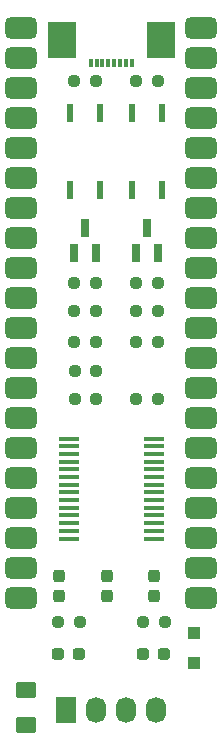
<source format=gts>
G04 #@! TF.GenerationSoftware,KiCad,Pcbnew,(6.0.10)*
G04 #@! TF.CreationDate,2023-01-05T11:17:19+01:00*
G04 #@! TF.ProjectId,PIC_Interface,5049435f-496e-4746-9572-666163652e6b,rev?*
G04 #@! TF.SameCoordinates,Original*
G04 #@! TF.FileFunction,Soldermask,Top*
G04 #@! TF.FilePolarity,Negative*
%FSLAX46Y46*%
G04 Gerber Fmt 4.6, Leading zero omitted, Abs format (unit mm)*
G04 Created by KiCad (PCBNEW (6.0.10)) date 2023-01-05 11:17:19*
%MOMM*%
%LPD*%
G01*
G04 APERTURE LIST*
G04 Aperture macros list*
%AMRoundRect*
0 Rectangle with rounded corners*
0 $1 Rounding radius*
0 $2 $3 $4 $5 $6 $7 $8 $9 X,Y pos of 4 corners*
0 Add a 4 corners polygon primitive as box body*
4,1,4,$2,$3,$4,$5,$6,$7,$8,$9,$2,$3,0*
0 Add four circle primitives for the rounded corners*
1,1,$1+$1,$2,$3*
1,1,$1+$1,$4,$5*
1,1,$1+$1,$6,$7*
1,1,$1+$1,$8,$9*
0 Add four rect primitives between the rounded corners*
20,1,$1+$1,$2,$3,$4,$5,0*
20,1,$1+$1,$4,$5,$6,$7,0*
20,1,$1+$1,$6,$7,$8,$9,0*
20,1,$1+$1,$8,$9,$2,$3,0*%
G04 Aperture macros list end*
%ADD10R,1.000000X1.000000*%
%ADD11RoundRect,0.237500X-0.250000X-0.237500X0.250000X-0.237500X0.250000X0.237500X-0.250000X0.237500X0*%
%ADD12RoundRect,0.237500X0.250000X0.237500X-0.250000X0.237500X-0.250000X-0.237500X0.250000X-0.237500X0*%
%ADD13RoundRect,0.237500X-0.287500X-0.237500X0.287500X-0.237500X0.287500X0.237500X-0.287500X0.237500X0*%
%ADD14R,0.300000X0.800000*%
%ADD15R,2.400000X3.050000*%
%ADD16O,1.700000X2.200000*%
%ADD17R,1.700000X2.200000*%
%ADD18RoundRect,0.237500X-0.237500X0.287500X-0.237500X-0.287500X0.237500X-0.287500X0.237500X0.287500X0*%
%ADD19RoundRect,0.070000X0.300000X-0.650000X0.300000X0.650000X-0.300000X0.650000X-0.300000X-0.650000X0*%
%ADD20RoundRect,0.237500X-0.237500X0.300000X-0.237500X-0.300000X0.237500X-0.300000X0.237500X0.300000X0*%
%ADD21RoundRect,0.450000X-0.900000X-0.450000X0.900000X-0.450000X0.900000X0.450000X-0.900000X0.450000X0*%
%ADD22R,1.750000X0.450000*%
%ADD23RoundRect,0.137500X0.137500X-0.662500X0.137500X0.662500X-0.137500X0.662500X-0.137500X-0.662500X0*%
%ADD24RoundRect,0.250001X0.624999X-0.462499X0.624999X0.462499X-0.624999X0.462499X-0.624999X-0.462499X0*%
G04 APERTURE END LIST*
D10*
X150000000Y-118250000D03*
X150000000Y-120750000D03*
D11*
X145087500Y-88600000D03*
X146912500Y-88600000D03*
D12*
X146912500Y-71450000D03*
X145087500Y-71450000D03*
X141712500Y-98400000D03*
X139887500Y-98400000D03*
D13*
X138525000Y-120000000D03*
X140275000Y-120000000D03*
D12*
X141662500Y-91000000D03*
X139837500Y-91000000D03*
X141662500Y-93600000D03*
X139837500Y-93600000D03*
X146912500Y-91000000D03*
X145087500Y-91000000D03*
D11*
X139887500Y-96000000D03*
X141712500Y-96000000D03*
D14*
X144750000Y-69925000D03*
X144250000Y-69925000D03*
X143750000Y-69925000D03*
X143250000Y-69925000D03*
X142750000Y-69925000D03*
X142250000Y-69925000D03*
X141750000Y-69925000D03*
X141250000Y-69925000D03*
D15*
X147200000Y-68000000D03*
X138800000Y-68000000D03*
D11*
X140312500Y-117300000D03*
X138487500Y-117300000D03*
X145087500Y-98400000D03*
X146912500Y-98400000D03*
D16*
X146810000Y-124750000D03*
X144270000Y-124750000D03*
X141730000Y-124750000D03*
D17*
X139190000Y-124750000D03*
D18*
X138600000Y-113375000D03*
X138600000Y-115125000D03*
D19*
X145050000Y-86050000D03*
X146950000Y-86050000D03*
X146000000Y-83950000D03*
D12*
X141662500Y-71450000D03*
X139837500Y-71450000D03*
D20*
X142625000Y-113387500D03*
X142625000Y-115112500D03*
X146650000Y-113387500D03*
X146650000Y-115112500D03*
D11*
X139837500Y-88600000D03*
X141662500Y-88600000D03*
D21*
X150615000Y-67000000D03*
X150615000Y-69540000D03*
X150615000Y-72080000D03*
X150615000Y-74620000D03*
X150615000Y-77160000D03*
X150615000Y-79700000D03*
X150615000Y-82240000D03*
X150615000Y-84780000D03*
X150615000Y-87320000D03*
X150615000Y-89860000D03*
X150615000Y-92400000D03*
X150615000Y-94940000D03*
X150615000Y-97480000D03*
X150615000Y-100020000D03*
X150615000Y-102560000D03*
X150615000Y-105100000D03*
X150615000Y-107640000D03*
X150615000Y-110180000D03*
X150615000Y-112720000D03*
X150615000Y-115260000D03*
X135375000Y-115260000D03*
X135375000Y-112720000D03*
X135375000Y-110180000D03*
X135375000Y-107640000D03*
X135375000Y-105100000D03*
X135375000Y-102560000D03*
X135375000Y-100020000D03*
X135375000Y-97480000D03*
X135375000Y-94940000D03*
X135375000Y-92400000D03*
X135375000Y-89860000D03*
X135375000Y-87320000D03*
X135375000Y-84780000D03*
X135375000Y-82240000D03*
X135375000Y-79700000D03*
X135375000Y-77160000D03*
X135375000Y-74620000D03*
X135375000Y-72080000D03*
X135375000Y-69540000D03*
X135375000Y-67000000D03*
D12*
X146912500Y-93600000D03*
X145087500Y-93600000D03*
D13*
X145725000Y-120000000D03*
X147475000Y-120000000D03*
D12*
X145687500Y-117300000D03*
X147512500Y-117300000D03*
D22*
X139400000Y-101775000D03*
X139400000Y-102425000D03*
X139400000Y-103075000D03*
X139400000Y-103725000D03*
X139400000Y-104375000D03*
X139400000Y-105025000D03*
X139400000Y-105675000D03*
X139400000Y-106325000D03*
X139400000Y-106975000D03*
X139400000Y-107625000D03*
X139400000Y-108275000D03*
X139400000Y-108925000D03*
X139400000Y-109575000D03*
X139400000Y-110225000D03*
X146600000Y-110225000D03*
X146600000Y-109575000D03*
X146600000Y-108925000D03*
X146600000Y-108275000D03*
X146600000Y-107625000D03*
X146600000Y-106975000D03*
X146600000Y-106325000D03*
X146600000Y-105675000D03*
X146600000Y-105025000D03*
X146600000Y-104375000D03*
X146600000Y-103725000D03*
X146600000Y-103075000D03*
X146600000Y-102425000D03*
X146600000Y-101775000D03*
D23*
X139480000Y-80700000D03*
X142020000Y-80700000D03*
X142020000Y-74200000D03*
X139480000Y-74200000D03*
D19*
X139800000Y-86050000D03*
X141700000Y-86050000D03*
X140750000Y-83950000D03*
D23*
X144730000Y-80700000D03*
X147270000Y-80700000D03*
X147270000Y-74200000D03*
X144730000Y-74200000D03*
D24*
X135750000Y-123012500D03*
X135750000Y-125987500D03*
M02*

</source>
